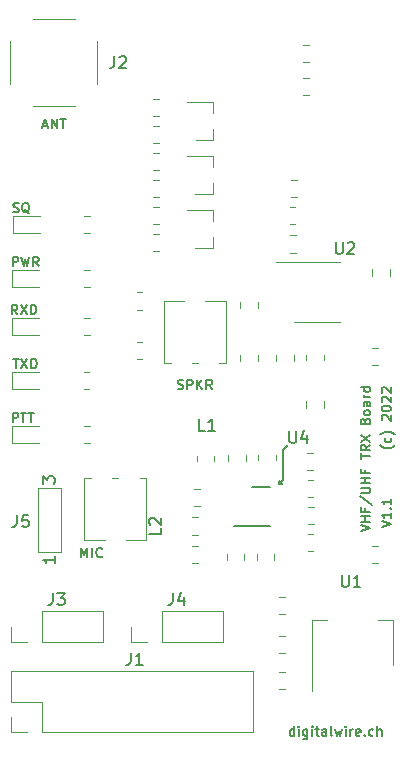
<source format=gto>
%TF.GenerationSoftware,KiCad,Pcbnew,(6.0.1)*%
%TF.CreationDate,2022-01-31T22:44:09+01:00*%
%TF.ProjectId,TRX_Board,5452585f-426f-4617-9264-2e6b69636164,V 1.0a*%
%TF.SameCoordinates,Original*%
%TF.FileFunction,Legend,Top*%
%TF.FilePolarity,Positive*%
%FSLAX46Y46*%
G04 Gerber Fmt 4.6, Leading zero omitted, Abs format (unit mm)*
G04 Created by KiCad (PCBNEW (6.0.1)) date 2022-01-31 22:44:09*
%MOMM*%
%LPD*%
G01*
G04 APERTURE LIST*
%ADD10C,0.152400*%
%ADD11C,0.150000*%
%ADD12C,0.120000*%
G04 APERTURE END LIST*
D10*
X129286000Y-104775000D02*
X129286000Y-104521000D01*
X129667000Y-101854000D02*
X129667000Y-104394000D01*
X129540000Y-104775000D02*
X129286000Y-104775000D01*
X130048000Y-101473000D02*
X129667000Y-101854000D01*
X129667000Y-104394000D02*
X129286000Y-104775000D01*
X129286000Y-104521000D02*
X129540000Y-104775000D01*
X107154133Y-90410695D02*
X106883200Y-90023647D01*
X106689676Y-90410695D02*
X106689676Y-89597895D01*
X106999314Y-89597895D01*
X107076723Y-89636600D01*
X107115428Y-89675304D01*
X107154133Y-89752714D01*
X107154133Y-89868828D01*
X107115428Y-89946238D01*
X107076723Y-89984942D01*
X106999314Y-90023647D01*
X106689676Y-90023647D01*
X107425066Y-89597895D02*
X107966933Y-90410695D01*
X107966933Y-89597895D02*
X107425066Y-90410695D01*
X108276571Y-90410695D02*
X108276571Y-89597895D01*
X108470095Y-89597895D01*
X108586209Y-89636600D01*
X108663619Y-89714009D01*
X108702323Y-89791419D01*
X108741028Y-89946238D01*
X108741028Y-90062352D01*
X108702323Y-90217171D01*
X108663619Y-90294580D01*
X108586209Y-90371990D01*
X108470095Y-90410695D01*
X108276571Y-90410695D01*
X130589866Y-126097695D02*
X130589866Y-125284895D01*
X130589866Y-126058990D02*
X130512457Y-126097695D01*
X130357638Y-126097695D01*
X130280228Y-126058990D01*
X130241523Y-126020285D01*
X130202819Y-125942876D01*
X130202819Y-125710647D01*
X130241523Y-125633238D01*
X130280228Y-125594533D01*
X130357638Y-125555828D01*
X130512457Y-125555828D01*
X130589866Y-125594533D01*
X130976914Y-126097695D02*
X130976914Y-125555828D01*
X130976914Y-125284895D02*
X130938209Y-125323600D01*
X130976914Y-125362304D01*
X131015619Y-125323600D01*
X130976914Y-125284895D01*
X130976914Y-125362304D01*
X131712304Y-125555828D02*
X131712304Y-126213809D01*
X131673600Y-126291219D01*
X131634895Y-126329923D01*
X131557485Y-126368628D01*
X131441371Y-126368628D01*
X131363961Y-126329923D01*
X131712304Y-126058990D02*
X131634895Y-126097695D01*
X131480076Y-126097695D01*
X131402666Y-126058990D01*
X131363961Y-126020285D01*
X131325257Y-125942876D01*
X131325257Y-125710647D01*
X131363961Y-125633238D01*
X131402666Y-125594533D01*
X131480076Y-125555828D01*
X131634895Y-125555828D01*
X131712304Y-125594533D01*
X132099352Y-126097695D02*
X132099352Y-125555828D01*
X132099352Y-125284895D02*
X132060647Y-125323600D01*
X132099352Y-125362304D01*
X132138057Y-125323600D01*
X132099352Y-125284895D01*
X132099352Y-125362304D01*
X132370285Y-125555828D02*
X132679923Y-125555828D01*
X132486400Y-125284895D02*
X132486400Y-125981580D01*
X132525104Y-126058990D01*
X132602514Y-126097695D01*
X132679923Y-126097695D01*
X133299200Y-126097695D02*
X133299200Y-125671942D01*
X133260495Y-125594533D01*
X133183085Y-125555828D01*
X133028266Y-125555828D01*
X132950857Y-125594533D01*
X133299200Y-126058990D02*
X133221790Y-126097695D01*
X133028266Y-126097695D01*
X132950857Y-126058990D01*
X132912152Y-125981580D01*
X132912152Y-125904171D01*
X132950857Y-125826761D01*
X133028266Y-125788057D01*
X133221790Y-125788057D01*
X133299200Y-125749352D01*
X133802361Y-126097695D02*
X133724952Y-126058990D01*
X133686247Y-125981580D01*
X133686247Y-125284895D01*
X134034590Y-125555828D02*
X134189409Y-126097695D01*
X134344228Y-125710647D01*
X134499047Y-126097695D01*
X134653866Y-125555828D01*
X134963504Y-126097695D02*
X134963504Y-125555828D01*
X134963504Y-125284895D02*
X134924800Y-125323600D01*
X134963504Y-125362304D01*
X135002209Y-125323600D01*
X134963504Y-125284895D01*
X134963504Y-125362304D01*
X135350552Y-126097695D02*
X135350552Y-125555828D01*
X135350552Y-125710647D02*
X135389257Y-125633238D01*
X135427961Y-125594533D01*
X135505371Y-125555828D01*
X135582780Y-125555828D01*
X136163352Y-126058990D02*
X136085942Y-126097695D01*
X135931123Y-126097695D01*
X135853714Y-126058990D01*
X135815009Y-125981580D01*
X135815009Y-125671942D01*
X135853714Y-125594533D01*
X135931123Y-125555828D01*
X136085942Y-125555828D01*
X136163352Y-125594533D01*
X136202057Y-125671942D01*
X136202057Y-125749352D01*
X135815009Y-125826761D01*
X136550400Y-126020285D02*
X136589104Y-126058990D01*
X136550400Y-126097695D01*
X136511695Y-126058990D01*
X136550400Y-126020285D01*
X136550400Y-126097695D01*
X137285790Y-126058990D02*
X137208380Y-126097695D01*
X137053561Y-126097695D01*
X136976152Y-126058990D01*
X136937447Y-126020285D01*
X136898742Y-125942876D01*
X136898742Y-125710647D01*
X136937447Y-125633238D01*
X136976152Y-125594533D01*
X137053561Y-125555828D01*
X137208380Y-125555828D01*
X137285790Y-125594533D01*
X137634133Y-126097695D02*
X137634133Y-125284895D01*
X137982476Y-126097695D02*
X137982476Y-125671942D01*
X137943771Y-125594533D01*
X137866361Y-125555828D01*
X137750247Y-125555828D01*
X137672838Y-125594533D01*
X137634133Y-125633238D01*
X136206895Y-108770057D02*
X137019695Y-108499123D01*
X136206895Y-108228190D01*
X137019695Y-107957257D02*
X136206895Y-107957257D01*
X136593942Y-107957257D02*
X136593942Y-107492800D01*
X137019695Y-107492800D02*
X136206895Y-107492800D01*
X136593942Y-106834819D02*
X136593942Y-107105752D01*
X137019695Y-107105752D02*
X136206895Y-107105752D01*
X136206895Y-106718704D01*
X136168190Y-105828495D02*
X137213219Y-106525180D01*
X136206895Y-105557561D02*
X136864876Y-105557561D01*
X136942285Y-105518857D01*
X136980990Y-105480152D01*
X137019695Y-105402742D01*
X137019695Y-105247923D01*
X136980990Y-105170514D01*
X136942285Y-105131809D01*
X136864876Y-105093104D01*
X136206895Y-105093104D01*
X137019695Y-104706057D02*
X136206895Y-104706057D01*
X136593942Y-104706057D02*
X136593942Y-104241600D01*
X137019695Y-104241600D02*
X136206895Y-104241600D01*
X136593942Y-103583619D02*
X136593942Y-103854552D01*
X137019695Y-103854552D02*
X136206895Y-103854552D01*
X136206895Y-103467504D01*
X136206895Y-102654704D02*
X136206895Y-102190247D01*
X137019695Y-102422476D02*
X136206895Y-102422476D01*
X137019695Y-101454857D02*
X136632647Y-101725790D01*
X137019695Y-101919314D02*
X136206895Y-101919314D01*
X136206895Y-101609676D01*
X136245600Y-101532266D01*
X136284304Y-101493561D01*
X136361714Y-101454857D01*
X136477828Y-101454857D01*
X136555238Y-101493561D01*
X136593942Y-101532266D01*
X136632647Y-101609676D01*
X136632647Y-101919314D01*
X136206895Y-101183923D02*
X137019695Y-100642057D01*
X136206895Y-100642057D02*
X137019695Y-101183923D01*
X136593942Y-99442209D02*
X136632647Y-99326095D01*
X136671352Y-99287390D01*
X136748761Y-99248685D01*
X136864876Y-99248685D01*
X136942285Y-99287390D01*
X136980990Y-99326095D01*
X137019695Y-99403504D01*
X137019695Y-99713142D01*
X136206895Y-99713142D01*
X136206895Y-99442209D01*
X136245600Y-99364800D01*
X136284304Y-99326095D01*
X136361714Y-99287390D01*
X136439123Y-99287390D01*
X136516533Y-99326095D01*
X136555238Y-99364800D01*
X136593942Y-99442209D01*
X136593942Y-99713142D01*
X137019695Y-98784228D02*
X136980990Y-98861638D01*
X136942285Y-98900342D01*
X136864876Y-98939047D01*
X136632647Y-98939047D01*
X136555238Y-98900342D01*
X136516533Y-98861638D01*
X136477828Y-98784228D01*
X136477828Y-98668114D01*
X136516533Y-98590704D01*
X136555238Y-98552000D01*
X136632647Y-98513295D01*
X136864876Y-98513295D01*
X136942285Y-98552000D01*
X136980990Y-98590704D01*
X137019695Y-98668114D01*
X137019695Y-98784228D01*
X137019695Y-97816609D02*
X136593942Y-97816609D01*
X136516533Y-97855314D01*
X136477828Y-97932723D01*
X136477828Y-98087542D01*
X136516533Y-98164952D01*
X136980990Y-97816609D02*
X137019695Y-97894019D01*
X137019695Y-98087542D01*
X136980990Y-98164952D01*
X136903580Y-98203657D01*
X136826171Y-98203657D01*
X136748761Y-98164952D01*
X136710057Y-98087542D01*
X136710057Y-97894019D01*
X136671352Y-97816609D01*
X137019695Y-97429561D02*
X136477828Y-97429561D01*
X136632647Y-97429561D02*
X136555238Y-97390857D01*
X136516533Y-97352152D01*
X136477828Y-97274742D01*
X136477828Y-97197333D01*
X137019695Y-96578057D02*
X136206895Y-96578057D01*
X136980990Y-96578057D02*
X137019695Y-96655466D01*
X137019695Y-96810285D01*
X136980990Y-96887695D01*
X136942285Y-96926400D01*
X136864876Y-96965104D01*
X136632647Y-96965104D01*
X136555238Y-96926400D01*
X136516533Y-96887695D01*
X136477828Y-96810285D01*
X136477828Y-96655466D01*
X136516533Y-96578057D01*
X106736847Y-99554695D02*
X106736847Y-98741895D01*
X107046485Y-98741895D01*
X107123895Y-98780600D01*
X107162600Y-98819304D01*
X107201304Y-98896714D01*
X107201304Y-99012828D01*
X107162600Y-99090238D01*
X107123895Y-99128942D01*
X107046485Y-99167647D01*
X106736847Y-99167647D01*
X107433533Y-98741895D02*
X107897990Y-98741895D01*
X107665761Y-99554695D02*
X107665761Y-98741895D01*
X108052809Y-98741895D02*
X108517266Y-98741895D01*
X108285038Y-99554695D02*
X108285038Y-98741895D01*
X106797323Y-94169895D02*
X107261780Y-94169895D01*
X107029552Y-94982695D02*
X107029552Y-94169895D01*
X107455304Y-94169895D02*
X107997171Y-94982695D01*
X107997171Y-94169895D02*
X107455304Y-94982695D01*
X108306809Y-94982695D02*
X108306809Y-94169895D01*
X108500333Y-94169895D01*
X108616447Y-94208600D01*
X108693857Y-94286009D01*
X108732561Y-94363419D01*
X108771266Y-94518238D01*
X108771266Y-94634352D01*
X108732561Y-94789171D01*
X108693857Y-94866580D01*
X108616447Y-94943990D01*
X108500333Y-94982695D01*
X108306809Y-94982695D01*
X120722571Y-96721990D02*
X120838685Y-96760695D01*
X121032209Y-96760695D01*
X121109619Y-96721990D01*
X121148323Y-96683285D01*
X121187028Y-96605876D01*
X121187028Y-96528466D01*
X121148323Y-96451057D01*
X121109619Y-96412352D01*
X121032209Y-96373647D01*
X120877390Y-96334942D01*
X120799980Y-96296238D01*
X120761276Y-96257533D01*
X120722571Y-96180123D01*
X120722571Y-96102714D01*
X120761276Y-96025304D01*
X120799980Y-95986600D01*
X120877390Y-95947895D01*
X121070914Y-95947895D01*
X121187028Y-95986600D01*
X121535371Y-96760695D02*
X121535371Y-95947895D01*
X121845009Y-95947895D01*
X121922419Y-95986600D01*
X121961123Y-96025304D01*
X121999828Y-96102714D01*
X121999828Y-96218828D01*
X121961123Y-96296238D01*
X121922419Y-96334942D01*
X121845009Y-96373647D01*
X121535371Y-96373647D01*
X122348171Y-96760695D02*
X122348171Y-95947895D01*
X122812628Y-96760695D02*
X122464285Y-96296238D01*
X122812628Y-95947895D02*
X122348171Y-96412352D01*
X123625428Y-96760695D02*
X123354495Y-96373647D01*
X123160971Y-96760695D02*
X123160971Y-95947895D01*
X123470609Y-95947895D01*
X123548019Y-95986600D01*
X123586723Y-96025304D01*
X123625428Y-96102714D01*
X123625428Y-96218828D01*
X123586723Y-96296238D01*
X123548019Y-96334942D01*
X123470609Y-96373647D01*
X123160971Y-96373647D01*
X112540142Y-110984695D02*
X112540142Y-110171895D01*
X112811076Y-110752466D01*
X113082009Y-110171895D01*
X113082009Y-110984695D01*
X113469057Y-110984695D02*
X113469057Y-110171895D01*
X114320561Y-110907285D02*
X114281857Y-110945990D01*
X114165742Y-110984695D01*
X114088333Y-110984695D01*
X113972219Y-110945990D01*
X113894809Y-110868580D01*
X113856104Y-110791171D01*
X113817400Y-110636352D01*
X113817400Y-110520238D01*
X113856104Y-110365419D01*
X113894809Y-110288009D01*
X113972219Y-110210600D01*
X114088333Y-110171895D01*
X114165742Y-110171895D01*
X114281857Y-110210600D01*
X114320561Y-110249304D01*
X106739266Y-86346695D02*
X106739266Y-85533895D01*
X107048904Y-85533895D01*
X107126314Y-85572600D01*
X107165019Y-85611304D01*
X107203723Y-85688714D01*
X107203723Y-85804828D01*
X107165019Y-85882238D01*
X107126314Y-85920942D01*
X107048904Y-85959647D01*
X106739266Y-85959647D01*
X107474657Y-85533895D02*
X107668180Y-86346695D01*
X107823000Y-85766123D01*
X107977819Y-86346695D01*
X108171342Y-85533895D01*
X108945438Y-86346695D02*
X108674504Y-85959647D01*
X108480980Y-86346695D02*
X108480980Y-85533895D01*
X108790619Y-85533895D01*
X108868028Y-85572600D01*
X108906733Y-85611304D01*
X108945438Y-85688714D01*
X108945438Y-85804828D01*
X108906733Y-85882238D01*
X108868028Y-85920942D01*
X108790619Y-85959647D01*
X108480980Y-85959647D01*
X109307085Y-74430466D02*
X109694133Y-74430466D01*
X109229676Y-74662695D02*
X109500609Y-73849895D01*
X109771542Y-74662695D01*
X110042476Y-74662695D02*
X110042476Y-73849895D01*
X110506933Y-74662695D01*
X110506933Y-73849895D01*
X110777866Y-73849895D02*
X111242323Y-73849895D01*
X111010095Y-74662695D02*
X111010095Y-73849895D01*
X106784019Y-81735990D02*
X106900133Y-81774695D01*
X107093657Y-81774695D01*
X107171066Y-81735990D01*
X107209771Y-81697285D01*
X107248476Y-81619876D01*
X107248476Y-81542466D01*
X107209771Y-81465057D01*
X107171066Y-81426352D01*
X107093657Y-81387647D01*
X106938838Y-81348942D01*
X106861428Y-81310238D01*
X106822723Y-81271533D01*
X106784019Y-81194123D01*
X106784019Y-81116714D01*
X106822723Y-81039304D01*
X106861428Y-81000600D01*
X106938838Y-80961895D01*
X107132361Y-80961895D01*
X107248476Y-81000600D01*
X108138685Y-81852104D02*
X108061276Y-81813400D01*
X107983866Y-81735990D01*
X107867752Y-81619876D01*
X107790342Y-81581171D01*
X107712933Y-81581171D01*
X107751638Y-81774695D02*
X107674228Y-81735990D01*
X107596819Y-81658580D01*
X107558114Y-81503761D01*
X107558114Y-81232828D01*
X107596819Y-81078009D01*
X107674228Y-81000600D01*
X107751638Y-80961895D01*
X107906457Y-80961895D01*
X107983866Y-81000600D01*
X108061276Y-81078009D01*
X108099980Y-81232828D01*
X108099980Y-81503761D01*
X108061276Y-81658580D01*
X107983866Y-81735990D01*
X107906457Y-81774695D01*
X107751638Y-81774695D01*
X137984895Y-108426552D02*
X138797695Y-108155619D01*
X137984895Y-107884685D01*
X138797695Y-107188000D02*
X138797695Y-107652457D01*
X138797695Y-107420228D02*
X137984895Y-107420228D01*
X138101009Y-107497638D01*
X138178419Y-107575047D01*
X138217123Y-107652457D01*
X138720285Y-106839657D02*
X138758990Y-106800952D01*
X138797695Y-106839657D01*
X138758990Y-106878361D01*
X138720285Y-106839657D01*
X138797695Y-106839657D01*
X138797695Y-106026857D02*
X138797695Y-106491314D01*
X138797695Y-106259085D02*
X137984895Y-106259085D01*
X138101009Y-106336495D01*
X138178419Y-106413904D01*
X138217123Y-106491314D01*
X139107333Y-101509285D02*
X139068628Y-101547990D01*
X138952514Y-101625400D01*
X138875104Y-101664104D01*
X138758990Y-101702809D01*
X138565466Y-101741514D01*
X138410647Y-101741514D01*
X138217123Y-101702809D01*
X138101009Y-101664104D01*
X138023600Y-101625400D01*
X137907485Y-101547990D01*
X137868780Y-101509285D01*
X138758990Y-100851304D02*
X138797695Y-100928714D01*
X138797695Y-101083533D01*
X138758990Y-101160942D01*
X138720285Y-101199647D01*
X138642876Y-101238352D01*
X138410647Y-101238352D01*
X138333238Y-101199647D01*
X138294533Y-101160942D01*
X138255828Y-101083533D01*
X138255828Y-100928714D01*
X138294533Y-100851304D01*
X139107333Y-100580371D02*
X139068628Y-100541666D01*
X138952514Y-100464257D01*
X138875104Y-100425552D01*
X138758990Y-100386847D01*
X138565466Y-100348142D01*
X138410647Y-100348142D01*
X138217123Y-100386847D01*
X138101009Y-100425552D01*
X138023600Y-100464257D01*
X137907485Y-100541666D01*
X137868780Y-100580371D01*
X138062304Y-99380523D02*
X138023600Y-99341819D01*
X137984895Y-99264409D01*
X137984895Y-99070885D01*
X138023600Y-98993476D01*
X138062304Y-98954771D01*
X138139714Y-98916066D01*
X138217123Y-98916066D01*
X138333238Y-98954771D01*
X138797695Y-99419228D01*
X138797695Y-98916066D01*
X137984895Y-98412904D02*
X137984895Y-98335495D01*
X138023600Y-98258085D01*
X138062304Y-98219380D01*
X138139714Y-98180676D01*
X138294533Y-98141971D01*
X138488057Y-98141971D01*
X138642876Y-98180676D01*
X138720285Y-98219380D01*
X138758990Y-98258085D01*
X138797695Y-98335495D01*
X138797695Y-98412904D01*
X138758990Y-98490314D01*
X138720285Y-98529019D01*
X138642876Y-98567723D01*
X138488057Y-98606428D01*
X138294533Y-98606428D01*
X138139714Y-98567723D01*
X138062304Y-98529019D01*
X138023600Y-98490314D01*
X137984895Y-98412904D01*
X138062304Y-97832333D02*
X138023600Y-97793628D01*
X137984895Y-97716219D01*
X137984895Y-97522695D01*
X138023600Y-97445285D01*
X138062304Y-97406580D01*
X138139714Y-97367876D01*
X138217123Y-97367876D01*
X138333238Y-97406580D01*
X138797695Y-97871038D01*
X138797695Y-97367876D01*
X138062304Y-97058238D02*
X138023600Y-97019533D01*
X137984895Y-96942123D01*
X137984895Y-96748600D01*
X138023600Y-96671190D01*
X138062304Y-96632485D01*
X138139714Y-96593780D01*
X138217123Y-96593780D01*
X138333238Y-96632485D01*
X138797695Y-97096942D01*
X138797695Y-96593780D01*
D11*
%TO.C,J2*%
X115363666Y-68540380D02*
X115363666Y-69254666D01*
X115316047Y-69397523D01*
X115220809Y-69492761D01*
X115077952Y-69540380D01*
X114982714Y-69540380D01*
X115792238Y-68635619D02*
X115839857Y-68588000D01*
X115935095Y-68540380D01*
X116173190Y-68540380D01*
X116268428Y-68588000D01*
X116316047Y-68635619D01*
X116363666Y-68730857D01*
X116363666Y-68826095D01*
X116316047Y-68968952D01*
X115744619Y-69540380D01*
X116363666Y-69540380D01*
%TO.C,J3*%
X110156666Y-114006380D02*
X110156666Y-114720666D01*
X110109047Y-114863523D01*
X110013809Y-114958761D01*
X109870952Y-115006380D01*
X109775714Y-115006380D01*
X110537619Y-114006380D02*
X111156666Y-114006380D01*
X110823333Y-114387333D01*
X110966190Y-114387333D01*
X111061428Y-114434952D01*
X111109047Y-114482571D01*
X111156666Y-114577809D01*
X111156666Y-114815904D01*
X111109047Y-114911142D01*
X111061428Y-114958761D01*
X110966190Y-115006380D01*
X110680476Y-115006380D01*
X110585238Y-114958761D01*
X110537619Y-114911142D01*
%TO.C,U1*%
X134620095Y-112482380D02*
X134620095Y-113291904D01*
X134667714Y-113387142D01*
X134715333Y-113434761D01*
X134810571Y-113482380D01*
X135001047Y-113482380D01*
X135096285Y-113434761D01*
X135143904Y-113387142D01*
X135191523Y-113291904D01*
X135191523Y-112482380D01*
X136191523Y-113482380D02*
X135620095Y-113482380D01*
X135905809Y-113482380D02*
X135905809Y-112482380D01*
X135810571Y-112625238D01*
X135715333Y-112720476D01*
X135620095Y-112768095D01*
%TO.C,U2*%
X134112095Y-84288380D02*
X134112095Y-85097904D01*
X134159714Y-85193142D01*
X134207333Y-85240761D01*
X134302571Y-85288380D01*
X134493047Y-85288380D01*
X134588285Y-85240761D01*
X134635904Y-85193142D01*
X134683523Y-85097904D01*
X134683523Y-84288380D01*
X135112095Y-84383619D02*
X135159714Y-84336000D01*
X135254952Y-84288380D01*
X135493047Y-84288380D01*
X135588285Y-84336000D01*
X135635904Y-84383619D01*
X135683523Y-84478857D01*
X135683523Y-84574095D01*
X135635904Y-84716952D01*
X135064476Y-85288380D01*
X135683523Y-85288380D01*
%TO.C,U4*%
X130175095Y-100290380D02*
X130175095Y-101099904D01*
X130222714Y-101195142D01*
X130270333Y-101242761D01*
X130365571Y-101290380D01*
X130556047Y-101290380D01*
X130651285Y-101242761D01*
X130698904Y-101195142D01*
X130746523Y-101099904D01*
X130746523Y-100290380D01*
X131651285Y-100623714D02*
X131651285Y-101290380D01*
X131413190Y-100242761D02*
X131175095Y-100957047D01*
X131794142Y-100957047D01*
%TO.C,L1*%
X123023333Y-100274380D02*
X122547142Y-100274380D01*
X122547142Y-99274380D01*
X123880476Y-100274380D02*
X123309047Y-100274380D01*
X123594761Y-100274380D02*
X123594761Y-99274380D01*
X123499523Y-99417238D01*
X123404285Y-99512476D01*
X123309047Y-99560095D01*
%TO.C,L2*%
X119324380Y-108497666D02*
X119324380Y-108973857D01*
X118324380Y-108973857D01*
X118419619Y-108211952D02*
X118372000Y-108164333D01*
X118324380Y-108069095D01*
X118324380Y-107831000D01*
X118372000Y-107735761D01*
X118419619Y-107688142D01*
X118514857Y-107640523D01*
X118610095Y-107640523D01*
X118752952Y-107688142D01*
X119324380Y-108259571D01*
X119324380Y-107640523D01*
%TO.C,J1*%
X116760666Y-119086380D02*
X116760666Y-119800666D01*
X116713047Y-119943523D01*
X116617809Y-120038761D01*
X116474952Y-120086380D01*
X116379714Y-120086380D01*
X117760666Y-120086380D02*
X117189238Y-120086380D01*
X117474952Y-120086380D02*
X117474952Y-119086380D01*
X117379714Y-119229238D01*
X117284476Y-119324476D01*
X117189238Y-119372095D01*
%TO.C,J4*%
X120316666Y-114006380D02*
X120316666Y-114720666D01*
X120269047Y-114863523D01*
X120173809Y-114958761D01*
X120030952Y-115006380D01*
X119935714Y-115006380D01*
X121221428Y-114339714D02*
X121221428Y-115006380D01*
X120983333Y-113958761D02*
X120745238Y-114673047D01*
X121364285Y-114673047D01*
%TO.C,J5*%
X107108666Y-107402380D02*
X107108666Y-108116666D01*
X107061047Y-108259523D01*
X106965809Y-108354761D01*
X106822952Y-108402380D01*
X106727714Y-108402380D01*
X108061047Y-107402380D02*
X107584857Y-107402380D01*
X107537238Y-107878571D01*
X107584857Y-107830952D01*
X107680095Y-107783333D01*
X107918190Y-107783333D01*
X108013428Y-107830952D01*
X108061047Y-107878571D01*
X108108666Y-107973809D01*
X108108666Y-108211904D01*
X108061047Y-108307142D01*
X108013428Y-108354761D01*
X107918190Y-108402380D01*
X107680095Y-108402380D01*
X107584857Y-108354761D01*
X107537238Y-108307142D01*
X109307380Y-104756333D02*
X109307380Y-104137285D01*
X109688333Y-104470619D01*
X109688333Y-104327761D01*
X109735952Y-104232523D01*
X109783571Y-104184904D01*
X109878809Y-104137285D01*
X110116904Y-104137285D01*
X110212142Y-104184904D01*
X110259761Y-104232523D01*
X110307380Y-104327761D01*
X110307380Y-104613476D01*
X110259761Y-104708714D01*
X110212142Y-104756333D01*
X110307380Y-110887285D02*
X110307380Y-111458714D01*
X110307380Y-111173000D02*
X109307380Y-111173000D01*
X109450238Y-111268238D01*
X109545476Y-111363476D01*
X109593095Y-111458714D01*
D12*
%TO.C,C1*%
X127481000Y-93845748D02*
X127481000Y-94368252D01*
X126011000Y-93845748D02*
X126011000Y-94368252D01*
%TO.C,C2*%
X129801252Y-122147000D02*
X129278748Y-122147000D01*
X129801252Y-120677000D02*
X129278748Y-120677000D01*
%TO.C,C3*%
X137675252Y-110009000D02*
X137152748Y-110009000D01*
X137675252Y-111479000D02*
X137152748Y-111479000D01*
%TO.C,C4*%
X127481000Y-89334748D02*
X127481000Y-89857252D01*
X126011000Y-89334748D02*
X126011000Y-89857252D01*
%TO.C,C5*%
X137187000Y-87129252D02*
X137187000Y-86606748D01*
X138657000Y-87129252D02*
X138657000Y-86606748D01*
%TO.C,C6*%
X130228748Y-83720000D02*
X130751252Y-83720000D01*
X130228748Y-85190000D02*
X130751252Y-85190000D01*
%TO.C,C7*%
X129801252Y-114327000D02*
X129278748Y-114327000D01*
X129801252Y-115797000D02*
X129278748Y-115797000D01*
%TO.C,C8*%
X131599000Y-97782748D02*
X131599000Y-98305252D01*
X133069000Y-97782748D02*
X133069000Y-98305252D01*
%TO.C,C9*%
X129801252Y-117629000D02*
X129278748Y-117629000D01*
X129801252Y-119099000D02*
X129278748Y-119099000D01*
%TO.C,C10*%
X129059000Y-93830548D02*
X129059000Y-94353052D01*
X130529000Y-93830548D02*
X130529000Y-94353052D01*
%TO.C,C11*%
X126338000Y-110670748D02*
X126338000Y-111193252D01*
X124868000Y-110670748D02*
X124868000Y-111193252D01*
%TO.C,C12*%
X131833252Y-70385000D02*
X131310748Y-70385000D01*
X131833252Y-71855000D02*
X131310748Y-71855000D01*
%TO.C,C13*%
X131833252Y-69061000D02*
X131310748Y-69061000D01*
X131833252Y-67591000D02*
X131310748Y-67591000D01*
%TO.C,C14*%
X137675252Y-94715000D02*
X137152748Y-94715000D01*
X137675252Y-93245000D02*
X137152748Y-93245000D01*
%TO.C,C15*%
X128878000Y-110670748D02*
X128878000Y-111193252D01*
X127408000Y-110670748D02*
X127408000Y-111193252D01*
%TO.C,C16*%
X124995000Y-102288748D02*
X124995000Y-102811252D01*
X126465000Y-102288748D02*
X126465000Y-102811252D01*
%TO.C,C17*%
X132275252Y-106707000D02*
X131752748Y-106707000D01*
X132275252Y-108177000D02*
X131752748Y-108177000D01*
%TO.C,C18*%
X122628252Y-105183000D02*
X122105748Y-105183000D01*
X122628252Y-106653000D02*
X122105748Y-106653000D01*
%TO.C,C19*%
X122435252Y-111479000D02*
X121912748Y-111479000D01*
X122435252Y-110009000D02*
X121912748Y-110009000D01*
%TO.C,J2*%
X108436000Y-65408000D02*
X112036000Y-65408000D01*
X113916000Y-67288000D02*
X113916000Y-70888000D01*
X106556000Y-67288000D02*
X106556000Y-70888000D01*
X108436000Y-72768000D02*
X112036000Y-72768000D01*
%TO.C,J3*%
X114360000Y-118170000D02*
X114360000Y-115510000D01*
X107950000Y-118170000D02*
X106620000Y-118170000D01*
X106620000Y-118170000D02*
X106620000Y-116840000D01*
X109220000Y-118170000D02*
X114360000Y-118170000D01*
X109220000Y-115510000D02*
X114360000Y-115510000D01*
X109220000Y-118170000D02*
X109220000Y-115510000D01*
%TO.C,Q1*%
X123696000Y-72461000D02*
X123696000Y-73391000D01*
X123696000Y-75621000D02*
X122236000Y-75621000D01*
X123696000Y-72461000D02*
X121536000Y-72461000D01*
X123696000Y-75621000D02*
X123696000Y-74691000D01*
%TO.C,Q2*%
X123680000Y-77033000D02*
X123680000Y-77963000D01*
X123680000Y-80193000D02*
X122220000Y-80193000D01*
X123680000Y-77033000D02*
X121520000Y-77033000D01*
X123680000Y-80193000D02*
X123680000Y-79263000D01*
%TO.C,Q3*%
X123680000Y-81605000D02*
X121520000Y-81605000D01*
X123680000Y-84765000D02*
X123680000Y-83835000D01*
X123680000Y-81605000D02*
X123680000Y-82535000D01*
X123680000Y-84765000D02*
X122220000Y-84765000D01*
%TO.C,R1*%
X130225436Y-81307000D02*
X130679564Y-81307000D01*
X130225436Y-82777000D02*
X130679564Y-82777000D01*
%TO.C,R2*%
X119122564Y-81307000D02*
X118668436Y-81307000D01*
X119122564Y-82777000D02*
X118668436Y-82777000D01*
%TO.C,R3*%
X119099064Y-74449000D02*
X118644936Y-74449000D01*
X119099064Y-75919000D02*
X118644936Y-75919000D01*
%TO.C,R4*%
X130783064Y-80491000D02*
X130328936Y-80491000D01*
X130783064Y-79021000D02*
X130328936Y-79021000D01*
%TO.C,R5*%
X119122564Y-79021000D02*
X118668436Y-79021000D01*
X119122564Y-80491000D02*
X118668436Y-80491000D01*
%TO.C,R6*%
X119099064Y-72163000D02*
X118644936Y-72163000D01*
X119099064Y-73633000D02*
X118644936Y-73633000D01*
%TO.C,R7*%
X119099064Y-78205000D02*
X118644936Y-78205000D01*
X119099064Y-76735000D02*
X118644936Y-76735000D01*
%TO.C,R8*%
X119122564Y-83593000D02*
X118668436Y-83593000D01*
X119122564Y-85063000D02*
X118668436Y-85063000D01*
%TO.C,R9*%
X117247936Y-90016000D02*
X117702064Y-90016000D01*
X117247936Y-88546000D02*
X117702064Y-88546000D01*
%TO.C,R10*%
X133069000Y-93854536D02*
X133069000Y-94308664D01*
X131599000Y-93854536D02*
X131599000Y-94308664D01*
%TO.C,R11*%
X117725564Y-94207000D02*
X117271436Y-94207000D01*
X117725564Y-92737000D02*
X117271436Y-92737000D01*
%TO.C,R12*%
X127535000Y-102739564D02*
X127535000Y-102285436D01*
X129005000Y-102739564D02*
X129005000Y-102285436D01*
%TO.C,R14*%
X131749436Y-105891000D02*
X132203564Y-105891000D01*
X131749436Y-104421000D02*
X132203564Y-104421000D01*
%TO.C,R15*%
X131749436Y-110463000D02*
X132203564Y-110463000D01*
X131749436Y-108993000D02*
X132203564Y-108993000D01*
%TO.C,U1*%
X138919000Y-116302000D02*
X137659000Y-116302000D01*
X132099000Y-122312000D02*
X132099000Y-116302000D01*
X132099000Y-116302000D02*
X133359000Y-116302000D01*
X138919000Y-120062000D02*
X138919000Y-116302000D01*
%TO.C,U2*%
X132523000Y-85959000D02*
X134473000Y-85959000D01*
X132523000Y-85959000D02*
X129073000Y-85959000D01*
X132523000Y-91079000D02*
X130573000Y-91079000D01*
X132523000Y-91079000D02*
X134473000Y-91079000D01*
D11*
%TO.C,U4*%
X127000000Y-105055000D02*
X128500000Y-105055000D01*
X125500000Y-108305000D02*
X128500000Y-108305000D01*
D12*
%TO.C,RV1*%
X119554000Y-89284000D02*
X119554000Y-94524000D01*
X122434000Y-94524000D02*
X121914000Y-94524000D01*
X121284000Y-89284000D02*
X119554000Y-89284000D01*
X124794000Y-89284000D02*
X124794000Y-94524000D01*
X124794000Y-94524000D02*
X124213000Y-94524000D01*
X124794000Y-89284000D02*
X123064000Y-89284000D01*
X120134000Y-94524000D02*
X119554000Y-94524000D01*
%TO.C,RV2*%
X117490000Y-104270000D02*
X118070000Y-104270000D01*
X112830000Y-104270000D02*
X113411000Y-104270000D01*
X112830000Y-109510000D02*
X114560000Y-109510000D01*
X118070000Y-109510000D02*
X118070000Y-104270000D01*
X116340000Y-109510000D02*
X118070000Y-109510000D01*
X112830000Y-109510000D02*
X112830000Y-104270000D01*
X115190000Y-104270000D02*
X115710000Y-104270000D01*
%TO.C,L1*%
X123798000Y-102404936D02*
X123798000Y-102859064D01*
X122328000Y-102404936D02*
X122328000Y-102859064D01*
%TO.C,L2*%
X121962936Y-107596000D02*
X122417064Y-107596000D01*
X121962936Y-109066000D02*
X122417064Y-109066000D01*
%TO.C,D1*%
X106719000Y-92175000D02*
X109004000Y-92175000D01*
X109004000Y-90705000D02*
X106719000Y-90705000D01*
X106719000Y-90705000D02*
X106719000Y-92175000D01*
%TO.C,D3*%
X106719000Y-101319000D02*
X109004000Y-101319000D01*
X109004000Y-99849000D02*
X106719000Y-99849000D01*
X106719000Y-99849000D02*
X106719000Y-101319000D01*
%TO.C,D4*%
X106744500Y-83539000D02*
X109029500Y-83539000D01*
X106744500Y-82069000D02*
X106744500Y-83539000D01*
X109029500Y-82069000D02*
X106744500Y-82069000D01*
%TO.C,D5*%
X106719000Y-88111000D02*
X109004000Y-88111000D01*
X109004000Y-86641000D02*
X106719000Y-86641000D01*
X106719000Y-86641000D02*
X106719000Y-88111000D01*
%TO.C,R16*%
X112826436Y-90705000D02*
X113280564Y-90705000D01*
X112826436Y-92175000D02*
X113280564Y-92175000D01*
%TO.C,R17*%
X112779436Y-95277000D02*
X113233564Y-95277000D01*
X112779436Y-96747000D02*
X113233564Y-96747000D01*
%TO.C,R19*%
X112802936Y-82069000D02*
X113257064Y-82069000D01*
X112802936Y-83539000D02*
X113257064Y-83539000D01*
%TO.C,R20*%
X112826436Y-88111000D02*
X113280564Y-88111000D01*
X112826436Y-86641000D02*
X113280564Y-86641000D01*
%TO.C,J1*%
X109220000Y-125790000D02*
X109220000Y-123190000D01*
X106620000Y-120590000D02*
X127060000Y-120590000D01*
X109220000Y-125790000D02*
X127060000Y-125790000D01*
X106620000Y-125790000D02*
X106620000Y-124460000D01*
X109220000Y-123190000D02*
X106620000Y-123190000D01*
X127060000Y-125790000D02*
X127060000Y-120590000D01*
X106620000Y-123190000D02*
X106620000Y-120590000D01*
X107950000Y-125790000D02*
X106620000Y-125790000D01*
%TO.C,J4*%
X118110000Y-118170000D02*
X116780000Y-118170000D01*
X124520000Y-118170000D02*
X124520000Y-115510000D01*
X116780000Y-118170000D02*
X116780000Y-116840000D01*
X119380000Y-115510000D02*
X124520000Y-115510000D01*
X119380000Y-118170000D02*
X124520000Y-118170000D01*
X119380000Y-118170000D02*
X119380000Y-115510000D01*
%TO.C,D2*%
X106719000Y-95277000D02*
X106719000Y-96747000D01*
X106719000Y-96747000D02*
X109004000Y-96747000D01*
X109004000Y-95277000D02*
X106719000Y-95277000D01*
%TO.C,R13*%
X132156564Y-103605000D02*
X131702436Y-103605000D01*
X132156564Y-102135000D02*
X131702436Y-102135000D01*
%TO.C,R18*%
X112802936Y-99849000D02*
X113257064Y-99849000D01*
X112802936Y-101319000D02*
X113257064Y-101319000D01*
%TO.C,J5*%
X108855000Y-110573000D02*
X108855000Y-105073000D01*
X110805000Y-105073000D02*
X110805000Y-110573000D01*
X108855000Y-105073000D02*
X110805000Y-105073000D01*
X110805000Y-110573000D02*
X108855000Y-110573000D01*
%TD*%
M02*

</source>
